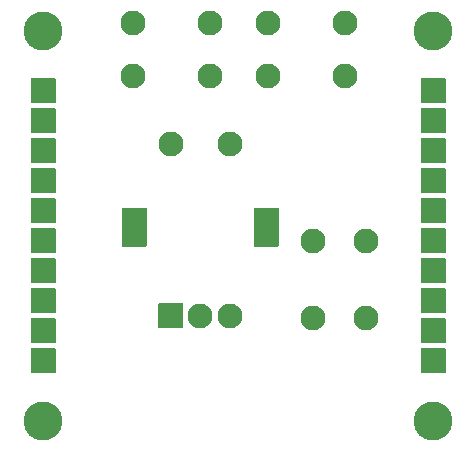
<source format=gbr>
G04 #@! TF.GenerationSoftware,KiCad,Pcbnew,(5.1.8)-1*
G04 #@! TF.CreationDate,2020-12-05T14:08:29+03:00*
G04 #@! TF.ProjectId,valc,76616c63-2e6b-4696-9361-645f70636258,rev?*
G04 #@! TF.SameCoordinates,Original*
G04 #@! TF.FileFunction,Soldermask,Top*
G04 #@! TF.FilePolarity,Negative*
%FSLAX46Y46*%
G04 Gerber Fmt 4.6, Leading zero omitted, Abs format (unit mm)*
G04 Created by KiCad (PCBNEW (5.1.8)-1) date 2020-12-05 14:08:29*
%MOMM*%
%LPD*%
G01*
G04 APERTURE LIST*
%ADD10C,2.102000*%
%ADD11C,3.302000*%
G04 APERTURE END LIST*
G36*
G01*
X98155000Y-67091000D02*
X96155000Y-67091000D01*
G75*
G02*
X96104000Y-67040000I0J51000D01*
G01*
X96104000Y-65040000D01*
G75*
G02*
X96155000Y-64989000I51000J0D01*
G01*
X98155000Y-64989000D01*
G75*
G02*
X98206000Y-65040000I0J-51000D01*
G01*
X98206000Y-67040000D01*
G75*
G02*
X98155000Y-67091000I-51000J0D01*
G01*
G37*
D10*
X99655000Y-66040000D03*
X102155000Y-66040000D03*
G36*
G01*
X95055000Y-60191000D02*
X93055000Y-60191000D01*
G75*
G02*
X93004000Y-60140000I0J51000D01*
G01*
X93004000Y-56940000D01*
G75*
G02*
X93055000Y-56889000I51000J0D01*
G01*
X95055000Y-56889000D01*
G75*
G02*
X95106000Y-56940000I0J-51000D01*
G01*
X95106000Y-60140000D01*
G75*
G02*
X95055000Y-60191000I-51000J0D01*
G01*
G37*
G36*
G01*
X106255000Y-60191000D02*
X104255000Y-60191000D01*
G75*
G02*
X104204000Y-60140000I0J51000D01*
G01*
X104204000Y-56940000D01*
G75*
G02*
X104255000Y-56889000I51000J0D01*
G01*
X106255000Y-56889000D01*
G75*
G02*
X106306000Y-56940000I0J-51000D01*
G01*
X106306000Y-60140000D01*
G75*
G02*
X106255000Y-60191000I-51000J0D01*
G01*
G37*
X97155000Y-51540000D03*
X102155000Y-51540000D03*
X111910000Y-41275000D03*
X111910000Y-45775000D03*
X105410000Y-41275000D03*
X105410000Y-45775000D03*
X113665000Y-66190000D03*
X109165000Y-66190000D03*
X113665000Y-59690000D03*
X109165000Y-59690000D03*
X100480000Y-41275000D03*
X100480000Y-45775000D03*
X93980000Y-41275000D03*
X93980000Y-45775000D03*
D11*
X86360000Y-41910000D03*
X86360000Y-74930000D03*
X119380000Y-41910000D03*
X119380000Y-74930000D03*
G36*
G01*
X118329000Y-70850000D02*
X118329000Y-68850000D01*
G75*
G02*
X118380000Y-68799000I51000J0D01*
G01*
X120380000Y-68799000D01*
G75*
G02*
X120431000Y-68850000I0J-51000D01*
G01*
X120431000Y-70850000D01*
G75*
G02*
X120380000Y-70901000I-51000J0D01*
G01*
X118380000Y-70901000D01*
G75*
G02*
X118329000Y-70850000I0J51000D01*
G01*
G37*
G36*
G01*
X118329000Y-68310000D02*
X118329000Y-66310000D01*
G75*
G02*
X118380000Y-66259000I51000J0D01*
G01*
X120380000Y-66259000D01*
G75*
G02*
X120431000Y-66310000I0J-51000D01*
G01*
X120431000Y-68310000D01*
G75*
G02*
X120380000Y-68361000I-51000J0D01*
G01*
X118380000Y-68361000D01*
G75*
G02*
X118329000Y-68310000I0J51000D01*
G01*
G37*
G36*
G01*
X118329000Y-65770000D02*
X118329000Y-63770000D01*
G75*
G02*
X118380000Y-63719000I51000J0D01*
G01*
X120380000Y-63719000D01*
G75*
G02*
X120431000Y-63770000I0J-51000D01*
G01*
X120431000Y-65770000D01*
G75*
G02*
X120380000Y-65821000I-51000J0D01*
G01*
X118380000Y-65821000D01*
G75*
G02*
X118329000Y-65770000I0J51000D01*
G01*
G37*
G36*
G01*
X118329000Y-63230000D02*
X118329000Y-61230000D01*
G75*
G02*
X118380000Y-61179000I51000J0D01*
G01*
X120380000Y-61179000D01*
G75*
G02*
X120431000Y-61230000I0J-51000D01*
G01*
X120431000Y-63230000D01*
G75*
G02*
X120380000Y-63281000I-51000J0D01*
G01*
X118380000Y-63281000D01*
G75*
G02*
X118329000Y-63230000I0J51000D01*
G01*
G37*
G36*
G01*
X118329000Y-60690000D02*
X118329000Y-58690000D01*
G75*
G02*
X118380000Y-58639000I51000J0D01*
G01*
X120380000Y-58639000D01*
G75*
G02*
X120431000Y-58690000I0J-51000D01*
G01*
X120431000Y-60690000D01*
G75*
G02*
X120380000Y-60741000I-51000J0D01*
G01*
X118380000Y-60741000D01*
G75*
G02*
X118329000Y-60690000I0J51000D01*
G01*
G37*
G36*
G01*
X118329000Y-58150000D02*
X118329000Y-56150000D01*
G75*
G02*
X118380000Y-56099000I51000J0D01*
G01*
X120380000Y-56099000D01*
G75*
G02*
X120431000Y-56150000I0J-51000D01*
G01*
X120431000Y-58150000D01*
G75*
G02*
X120380000Y-58201000I-51000J0D01*
G01*
X118380000Y-58201000D01*
G75*
G02*
X118329000Y-58150000I0J51000D01*
G01*
G37*
G36*
G01*
X118329000Y-55610000D02*
X118329000Y-53610000D01*
G75*
G02*
X118380000Y-53559000I51000J0D01*
G01*
X120380000Y-53559000D01*
G75*
G02*
X120431000Y-53610000I0J-51000D01*
G01*
X120431000Y-55610000D01*
G75*
G02*
X120380000Y-55661000I-51000J0D01*
G01*
X118380000Y-55661000D01*
G75*
G02*
X118329000Y-55610000I0J51000D01*
G01*
G37*
G36*
G01*
X118329000Y-53070000D02*
X118329000Y-51070000D01*
G75*
G02*
X118380000Y-51019000I51000J0D01*
G01*
X120380000Y-51019000D01*
G75*
G02*
X120431000Y-51070000I0J-51000D01*
G01*
X120431000Y-53070000D01*
G75*
G02*
X120380000Y-53121000I-51000J0D01*
G01*
X118380000Y-53121000D01*
G75*
G02*
X118329000Y-53070000I0J51000D01*
G01*
G37*
G36*
G01*
X118329000Y-50530000D02*
X118329000Y-48530000D01*
G75*
G02*
X118380000Y-48479000I51000J0D01*
G01*
X120380000Y-48479000D01*
G75*
G02*
X120431000Y-48530000I0J-51000D01*
G01*
X120431000Y-50530000D01*
G75*
G02*
X120380000Y-50581000I-51000J0D01*
G01*
X118380000Y-50581000D01*
G75*
G02*
X118329000Y-50530000I0J51000D01*
G01*
G37*
G36*
G01*
X118329000Y-47990000D02*
X118329000Y-45990000D01*
G75*
G02*
X118380000Y-45939000I51000J0D01*
G01*
X120380000Y-45939000D01*
G75*
G02*
X120431000Y-45990000I0J-51000D01*
G01*
X120431000Y-47990000D01*
G75*
G02*
X120380000Y-48041000I-51000J0D01*
G01*
X118380000Y-48041000D01*
G75*
G02*
X118329000Y-47990000I0J51000D01*
G01*
G37*
G36*
G01*
X85309000Y-50530000D02*
X85309000Y-48530000D01*
G75*
G02*
X85360000Y-48479000I51000J0D01*
G01*
X87360000Y-48479000D01*
G75*
G02*
X87411000Y-48530000I0J-51000D01*
G01*
X87411000Y-50530000D01*
G75*
G02*
X87360000Y-50581000I-51000J0D01*
G01*
X85360000Y-50581000D01*
G75*
G02*
X85309000Y-50530000I0J51000D01*
G01*
G37*
G36*
G01*
X85309000Y-53070000D02*
X85309000Y-51070000D01*
G75*
G02*
X85360000Y-51019000I51000J0D01*
G01*
X87360000Y-51019000D01*
G75*
G02*
X87411000Y-51070000I0J-51000D01*
G01*
X87411000Y-53070000D01*
G75*
G02*
X87360000Y-53121000I-51000J0D01*
G01*
X85360000Y-53121000D01*
G75*
G02*
X85309000Y-53070000I0J51000D01*
G01*
G37*
G36*
G01*
X85309000Y-55610000D02*
X85309000Y-53610000D01*
G75*
G02*
X85360000Y-53559000I51000J0D01*
G01*
X87360000Y-53559000D01*
G75*
G02*
X87411000Y-53610000I0J-51000D01*
G01*
X87411000Y-55610000D01*
G75*
G02*
X87360000Y-55661000I-51000J0D01*
G01*
X85360000Y-55661000D01*
G75*
G02*
X85309000Y-55610000I0J51000D01*
G01*
G37*
G36*
G01*
X85309000Y-58150000D02*
X85309000Y-56150000D01*
G75*
G02*
X85360000Y-56099000I51000J0D01*
G01*
X87360000Y-56099000D01*
G75*
G02*
X87411000Y-56150000I0J-51000D01*
G01*
X87411000Y-58150000D01*
G75*
G02*
X87360000Y-58201000I-51000J0D01*
G01*
X85360000Y-58201000D01*
G75*
G02*
X85309000Y-58150000I0J51000D01*
G01*
G37*
G36*
G01*
X85309000Y-60690000D02*
X85309000Y-58690000D01*
G75*
G02*
X85360000Y-58639000I51000J0D01*
G01*
X87360000Y-58639000D01*
G75*
G02*
X87411000Y-58690000I0J-51000D01*
G01*
X87411000Y-60690000D01*
G75*
G02*
X87360000Y-60741000I-51000J0D01*
G01*
X85360000Y-60741000D01*
G75*
G02*
X85309000Y-60690000I0J51000D01*
G01*
G37*
G36*
G01*
X85309000Y-63230000D02*
X85309000Y-61230000D01*
G75*
G02*
X85360000Y-61179000I51000J0D01*
G01*
X87360000Y-61179000D01*
G75*
G02*
X87411000Y-61230000I0J-51000D01*
G01*
X87411000Y-63230000D01*
G75*
G02*
X87360000Y-63281000I-51000J0D01*
G01*
X85360000Y-63281000D01*
G75*
G02*
X85309000Y-63230000I0J51000D01*
G01*
G37*
G36*
G01*
X85309000Y-65770000D02*
X85309000Y-63770000D01*
G75*
G02*
X85360000Y-63719000I51000J0D01*
G01*
X87360000Y-63719000D01*
G75*
G02*
X87411000Y-63770000I0J-51000D01*
G01*
X87411000Y-65770000D01*
G75*
G02*
X87360000Y-65821000I-51000J0D01*
G01*
X85360000Y-65821000D01*
G75*
G02*
X85309000Y-65770000I0J51000D01*
G01*
G37*
G36*
G01*
X85309000Y-68310000D02*
X85309000Y-66310000D01*
G75*
G02*
X85360000Y-66259000I51000J0D01*
G01*
X87360000Y-66259000D01*
G75*
G02*
X87411000Y-66310000I0J-51000D01*
G01*
X87411000Y-68310000D01*
G75*
G02*
X87360000Y-68361000I-51000J0D01*
G01*
X85360000Y-68361000D01*
G75*
G02*
X85309000Y-68310000I0J51000D01*
G01*
G37*
G36*
G01*
X85309000Y-47990000D02*
X85309000Y-45990000D01*
G75*
G02*
X85360000Y-45939000I51000J0D01*
G01*
X87360000Y-45939000D01*
G75*
G02*
X87411000Y-45990000I0J-51000D01*
G01*
X87411000Y-47990000D01*
G75*
G02*
X87360000Y-48041000I-51000J0D01*
G01*
X85360000Y-48041000D01*
G75*
G02*
X85309000Y-47990000I0J51000D01*
G01*
G37*
G36*
G01*
X85309000Y-70850000D02*
X85309000Y-68850000D01*
G75*
G02*
X85360000Y-68799000I51000J0D01*
G01*
X87360000Y-68799000D01*
G75*
G02*
X87411000Y-68850000I0J-51000D01*
G01*
X87411000Y-70850000D01*
G75*
G02*
X87360000Y-70901000I-51000J0D01*
G01*
X85360000Y-70901000D01*
G75*
G02*
X85309000Y-70850000I0J51000D01*
G01*
G37*
M02*

</source>
